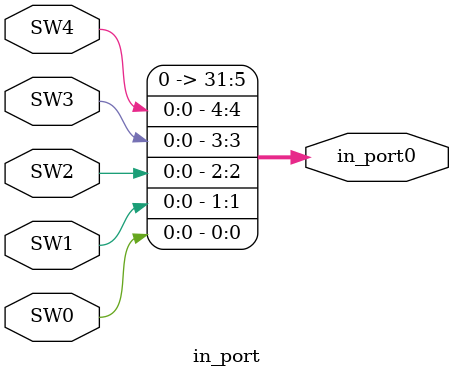
<source format=v>
module in_port(SW4,SW3,SW2,SW1,SW0,in_port0);
	input SW4,SW3,SW2,SW1,SW0;
	output [31:0] in_port0;
	assign in_port0={27'b0,SW4,SW3,SW2,SW1,SW0};
endmodule

</source>
